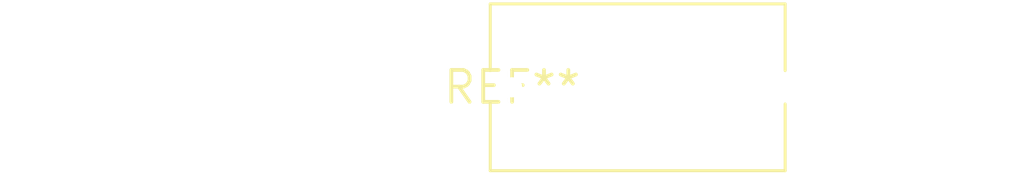
<source format=kicad_pcb>
(kicad_pcb (version 20240108) (generator pcbnew)
  (layers (0 "F.Cu" signal) (31 "B.Cu" signal) (34 "B.Paste" user) (35 "F.Paste" user) (36 "B.SilkS" user "B.Silkscreen") (37 "F.SilkS" user "F.Silkscreen") (38 "B.Mask" user) (39 "F.Mask" user) (44 "Edge.Cuts" user))
  (net 0 "")
  (footprint "C_Rect_L11.5mm_W6.4mm_P10.00mm_MKT" (layer "F.Cu") (at 0 0)
    (property "Reference" "REF**")
    (property "Value" "C_Rect_L11.5mm_W6.4mm_P10.00mm_MKT")
    (fp_line (start -0.87 -3.32) (end -0.87 -0.665) (layer "F.SilkS") (stroke (width 0.12)))
    (fp_line (start -0.87 -3.32) (end 10.87 -3.32) (layer "F.SilkS") (stroke (width 0.12)))
    (fp_line (start -0.87 0.665) (end -0.87 3.32) (layer "F.SilkS") (stroke (width 0.12)))
    (fp_line (start -0.87 3.32) (end 10.87 3.32) (layer "F.SilkS") (stroke (width 0.12)))
    (fp_line (start 10.87 -3.32) (end 10.87 -0.665) (layer "F.SilkS") (stroke (width 0.12)))
    (fp_line (start 10.87 0.665) (end 10.87 3.32) (layer "F.SilkS") (stroke (width 0.12)))
    (pad "1" thru_hole circle (at 0 0) (size 1.6 1.6) (drill 0.8) (layers *.Cu *.Mask) (remove_unused_layers))
    (pad "2" thru_hole circle (at 10 0) (size 1.6 1.6) (drill 0.8) (layers *.Cu *.Mask) (remove_unused_layers))
  )
)
</source>
